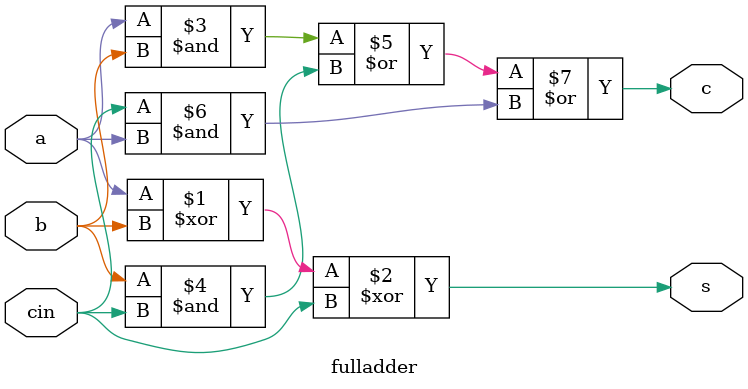
<source format=v>
module fulladder(a, b, cin, s, c);
	input a,b,cin;
	output s,c;
	assign s = a^b^cin;
	assign c = (a&b) | (b&cin) | (cin&a);
endmodule

</source>
